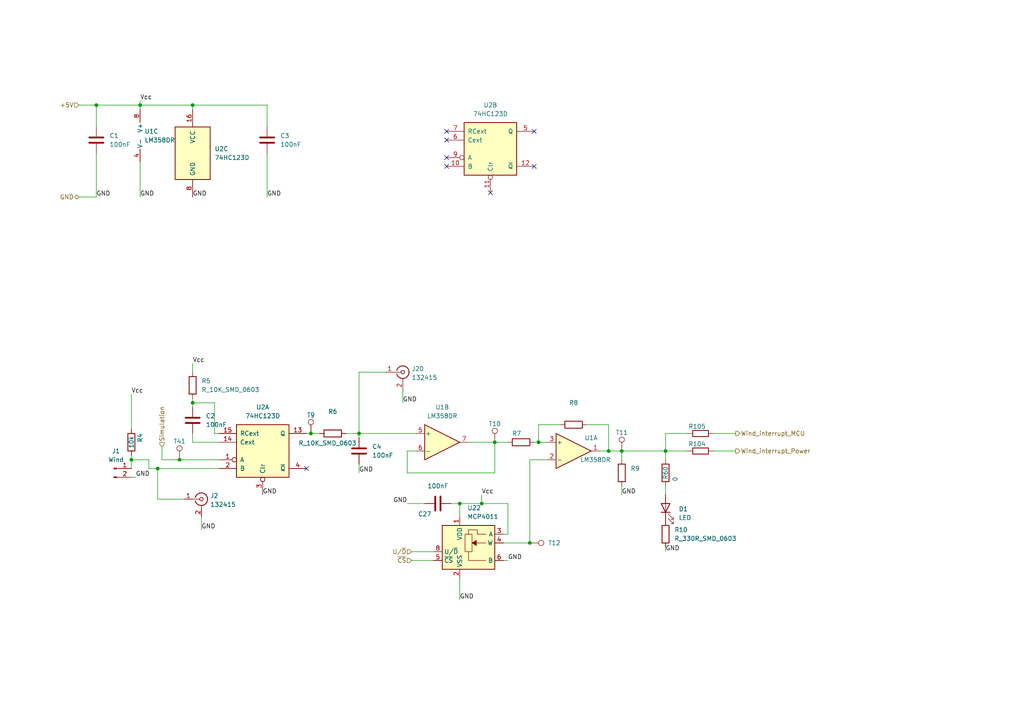
<source format=kicad_sch>
(kicad_sch (version 20231120) (generator "eeschema") (generator_version "8.0")
  (paper "A4")
  (title_block (title "Wind handler") (date "2024-04-17") (rev "1.0"))
  (lib_symbols
    (symbol "74xx:74HC123" (pin_names (offset 1.016))
      (property "Reference" "U" (at -7.62 8.89 0))
      (property "Value" "74HC123" (at -7.62 -8.89 0))
      (symbol "74HC123_1_0"
        (pin input inverted (at -12.7 -2.54 0) (length 5.08) (name "A") (number "1"))
        (pin output line (at 12.7 5.08 180) (length 5.08) (name "Q") (number "13"))
        (pin input line (at -12.7 2.54 0) (length 5.08) (name "Cext") (number "14"))
        (pin input line (at -12.7 5.08 0) (length 5.08) (name "RCext") (number "15"))
        (pin input line (at -12.7 -5.08 0) (length 5.08) (name "B") (number "2"))
        (pin input inverted (at 0 -12.7 90) (length 5.08) (name "Clr") (number "3"))
        (pin output line (at 12.7 -5.08 180) (length 5.08) (name "~{Q}") (number "4"))
      )
      (symbol "74HC123_1_1"
        (rectangle (start -7.62 7.62) (end 7.62 -7.62) (stroke (width 0.254)) (fill (type background)))
      )
      (symbol "74HC123_2_0"
        (pin input line (at -12.7 -5.08 0) (length 5.08) (name "B") (number "10"))
        (pin input inverted (at 0 -12.7 90) (length 5.08) (name "Clr") (number "11"))
        (pin output line (at 12.7 -5.08 180) (length 5.08) (name "~{Q}") (number "12"))
        (pin output line (at 12.7 5.08 180) (length 5.08) (name "Q") (number "5"))
        (pin input line (at -12.7 2.54 0) (length 5.08) (name "Cext") (number "6"))
        (pin input line (at -12.7 5.08 0) (length 5.08) (name "RCext") (number "7"))
        (pin input inverted (at -12.7 -2.54 0) (length 5.08) (name "A") (number "9"))
      )
      (symbol "74HC123_2_1"
        (rectangle (start -7.62 7.62) (end 7.62 -7.62) (stroke (width 0.254)) (fill (type background)))
      )
      (symbol "74HC123_3_0"
        (pin power_in line (at 0 12.7 270) (length 5.08) (name "VCC") (number "16"))
        (pin power_in line (at 0 -12.7 90) (length 5.08) (name "GND") (number "8"))
      )
      (symbol "74HC123_3_1"
        (rectangle (start -5.08 7.62) (end 5.08 -7.62) (stroke (width 0.254)) (fill (type background)))
      )
    )
    (symbol "Amplifier_Operational:LM358" (pin_names (offset 0.127))
      (property "Reference" "U" (at 0 5.08 0))
      (property "Value" "LM358" (at 0 -5.08 0))
      (symbol "LM358_1_1"
        (polyline (pts (xy -5.08 5.08) (xy 5.08 0) (xy -5.08 -5.08) (xy -5.08 5.08)) (stroke (width 0.254)) (fill (type background)))
        (pin output line (at 7.62 0 180) (length 2.54) (name "~") (number "1"))
        (pin input line (at -7.62 -2.54 0) (length 2.54) (name "-") (number "2"))
        (pin input line (at -7.62 2.54 0) (length 2.54) (name "+") (number "3"))
      )
      (symbol "LM358_2_1"
        (polyline (pts (xy -5.08 5.08) (xy 5.08 0) (xy -5.08 -5.08) (xy -5.08 5.08)) (stroke (width 0.254)) (fill (type background)))
        (pin input line (at -7.62 2.54 0) (length 2.54) (name "+") (number "5"))
        (pin input line (at -7.62 -2.54 0) (length 2.54) (name "-") (number "6"))
        (pin output line (at 7.62 0 180) (length 2.54) (name "~") (number "7"))
      )
      (symbol "LM358_3_1"
        (pin power_in line (at -2.54 -7.62 90) (length 3.81) (name "V-") (number "4"))
        (pin power_in line (at -2.54 7.62 270) (length 3.81) (name "V+") (number "8"))
      )
    )
    (symbol "Connector:Conn_01x02_Pin" (pin_names (offset 1.016) hide)
      (property "Reference" "J" (at 0 2.54 0))
      (property "Value" "Conn_01x02_Pin" (at 0 -5.08 0))
      (symbol "Conn_01x02_Pin_1_1"
        (polyline (pts (xy 1.27 -2.54) (xy 0.8636 -2.54)) (stroke (width 0.1524)))
        (polyline (pts (xy 1.27 0) (xy 0.8636 0)) (stroke (width 0.1524)))
        (rectangle (start 0.8636 -2.413) (end 0 -2.667) (stroke (width 0.1524)) (fill (type outline)))
        (rectangle (start 0.8636 0.127) (end 0 -0.127) (stroke (width 0.1524)) (fill (type outline)))
        (pin passive line (at 5.08 0 180) (length 3.81) (name "Pin_1") (number "1"))
        (pin passive line (at 5.08 -2.54 180) (length 3.81) (name "Pin_2") (number "2"))
      )
    )
    (symbol "Connector:Conn_Coaxial" (pin_names (offset 1.016) hide)
      (property "Reference" "J" (at 0.254 3.048 0))
      (property "Value" "Conn_Coaxial" (at 2.921 0 90))
      (symbol "Conn_Coaxial_0_1"
        (arc (start -1.778 -0.508) (mid 0.2311 -1.8066) (end 1.778 0) (stroke (width 0.254)))
        (polyline (pts (xy -2.54 0) (xy -0.508 0)))
        (polyline (pts (xy 0 -2.54) (xy 0 -1.778)))
        (circle (center 0 0) (radius 0.508) (stroke (width 0.2032)))
        (arc (start 1.778 0) (mid 0.2099 1.8101) (end -1.778 0.508) (stroke (width 0.254)))
      )
      (symbol "Conn_Coaxial_1_1"
        (pin passive line (at -5.08 0 0) (length 2.54) (name "In") (number "1"))
        (pin passive line (at 0 -5.08 90) (length 2.54) (name "Ext") (number "2"))
      )
    )
    (symbol "Connector:TestPoint" (pin_numbers hide) (pin_names (offset 0.762) hide)
      (property "Reference" "TP" (at 0 6.858 0))
      (property "Value" "TestPoint" (at 0 5.08 0))
      (symbol "TestPoint_0_1"
        (circle (center 0 3.302) (radius 0.762))
      )
      (symbol "TestPoint_1_1"
        (pin passive line (at 0 0 90) (length 2.54) (name "1") (number "1"))
      )
    )
    (symbol "Device:C" (pin_numbers hide) (pin_names (offset 0.254))
      (property "Reference" "C" (at 0.635 2.54 0))
      (property "Value" "C" (at 0.635 -2.54 0))
      (symbol "C_0_1"
        (polyline (pts (xy -2.032 -0.762) (xy 2.032 -0.762)) (stroke (width 0.508)))
        (polyline (pts (xy -2.032 0.762) (xy 2.032 0.762)) (stroke (width 0.508)))
      )
      (symbol "C_1_1"
        (pin passive line (at 0 3.81 270) (length 2.794) (name "~") (number "1"))
        (pin passive line (at 0 -3.81 90) (length 2.794) (name "~") (number "2"))
      )
    )
    (symbol "Device:LED" (pin_numbers hide) (pin_names (offset 1.016) hide)
      (property "Reference" "D" (at 0 2.54 0))
      (property "Value" "LED" (at 0 -2.54 0))
      (symbol "LED_0_1"
        (polyline (pts (xy -1.27 -1.27) (xy -1.27 1.27)) (stroke (width 0.254)))
        (polyline (pts (xy -1.27 0) (xy 1.27 0)))
        (polyline (pts (xy 1.27 -1.27) (xy 1.27 1.27) (xy -1.27 0) (xy 1.27 -1.27)) (stroke (width 0.254)))
        (polyline (pts (xy -3.048 -0.762) (xy -4.572 -2.286) (xy -3.81 -2.286) (xy -4.572 -2.286) (xy -4.572 -1.524)))
        (polyline (pts (xy -1.778 -0.762) (xy -3.302 -2.286) (xy -2.54 -2.286) (xy -3.302 -2.286) (xy -3.302 -1.524)))
      )
      (symbol "LED_1_1"
        (pin passive line (at -3.81 0 0) (length 2.54) (name "K") (number "1"))
        (pin passive line (at 3.81 0 180) (length 2.54) (name "A") (number "2"))
      )
    )
    (symbol "Device:R" (pin_numbers hide) (pin_names (offset 0))
      (property "Reference" "R" (at 2.032 0 90))
      (property "Value" "R" (at 0 0 90))
      (symbol "R_0_1"
        (rectangle (start -1.016 -2.54) (end 1.016 2.54) (stroke (width 0.254)))
      )
      (symbol "R_1_1"
        (pin passive line (at 0 3.81 270) (length 1.27) (name "~") (number "1"))
        (pin passive line (at 0 -3.81 90) (length 1.27) (name "~") (number "2"))
      )
    )
    (symbol "PCM_SL_Devices:Resistor_0.5W"
      (property "Reference" "R" (at 0 5.08 0))
      (property "Value" "Resistor_0.5W" (at 0 2.54 0))
      (symbol "Resistor_0.5W_0_1"
        (rectangle (start -2.286 0.889) (end 2.286 -0.889) (stroke (width 0.24)))
      )
      (symbol "Resistor_0.5W_1_1"
        (pin passive line (at -3.81 0 0) (length 1.5) (name "") (number "1"))
        (pin passive line (at 3.81 0 180) (length 1.5) (name "~") (number "2"))
      )
    )
    (symbol "Potentiometer_Digital:MCP4011-xxxxSN"
      (property "Reference" "U" (at -7.62 8.89 0))
      (property "Value" "MCP4011-xxxxSN" (at 1.27 8.89 0))
      (symbol "MCP4011-xxxxSN_0_1"
        (polyline (pts (xy 0 0) (xy 0 -2.54) (xy 5.08 -2.54)))
        (polyline (pts (xy 5.08 2.54) (xy 3.81 2.54) (xy 1.27 2.54)))
        (polyline (pts (xy 5.08 5.08) (xy 2.54 5.08) (xy 2.54 6.35) (xy 0 6.35) (xy 0 5.08)))
      )
      (symbol "MCP4011-xxxxSN_1_1"
        (rectangle (start -7.62 7.62) (end 7.62 -5.08) (stroke (width 0.254)) (fill (type background)))
        (polyline (pts (xy 2.286 1.778) (xy 2.286 3.302) (xy 1.016 2.54) (xy 2.286 1.778)) (fill (type outline)))
        (rectangle (start 1.016 0) (end -1.016 5.08))
        (pin power_in line (at -2.54 10.16 270) (length 2.54) (name "VDD") (number "1"))
        (pin power_in line (at -2.54 -7.62 90) (length 2.54) (name "VSS") (number "2"))
        (pin passive line (at 10.16 5.08 180) (length 2.54) (name "A") (number "3"))
        (pin passive line (at 10.16 2.54 180) (length 2.54) (name "W") (number "4"))
        (pin input line (at -10.16 -2.54 0) (length 2.54) (name "~{CS}") (number "5"))
        (pin passive line (at 10.16 -2.54 180) (length 2.54) (name "B") (number "6"))
        (pin no_connect line (at -7.62 5.08 0) (length 2.54) hide (name "NC") (number "7"))
        (pin input line (at -10.16 0 0) (length 2.54) (name "U/~{D}") (number "8"))
      )
    )
  )
  (junction (at 156.21 128.27))
  (junction (at 55.88 30.48))
  (junction (at 133.35 146.05))
  (junction (at 180.34 130.81))
  (junction (at 55.88 116.84))
  (junction (at 104.14 125.73))
  (junction (at 193.04 130.81))
  (junction (at 90.17 125.73))
  (junction (at 38.1 133.35))
  (junction (at 40.64 30.48))
  (junction (at 52.07 133.35))
  (junction (at 153.67 157.48))
  (junction (at 27.94 30.48))
  (junction (at 176.53 130.81))
  (junction (at 143.51 128.27))
  (junction (at 139.7 146.05))
  (junction (at 45.72 135.89))
  (no_connect (at 129.54 38.1))
  (no_connect (at 142.24 55.88))
  (no_connect (at 154.94 48.26))
  (no_connect (at 154.94 38.1))
  (no_connect (at 129.54 40.64))
  (no_connect (at 129.54 48.26))
  (no_connect (at 88.9 135.89))
  (no_connect (at 129.54 45.72))
  (wire (pts (xy 193.04 125.73) (xy 193.04 130.81)))
  (wire (pts (xy 146.05 162.56) (xy 147.32 162.56)))
  (wire (pts (xy 143.51 128.27) (xy 147.32 128.27)))
  (wire (pts (xy 133.35 146.05) (xy 139.7 146.05)))
  (wire (pts (xy 130.81 146.05) (xy 133.35 146.05)))
  (wire (pts (xy 104.14 107.95) (xy 104.14 125.73)))
  (wire (pts (xy 147.32 154.94) (xy 147.32 146.05)))
  (wire (pts (xy 176.53 123.19) (xy 176.53 130.81)))
  (wire (pts (xy 104.14 125.73) (xy 120.65 125.73)))
  (wire (pts (xy 104.14 125.73) (xy 104.14 127)))
  (wire (pts (xy 120.65 130.81) (xy 118.11 130.81)))
  (wire (pts (xy 162.56 123.19) (xy 156.21 123.19)))
  (wire (pts (xy 116.84 113.03) (xy 116.84 116.84)))
  (wire (pts (xy 55.88 31.75) (xy 55.88 30.48)))
  (wire (pts (xy 146.05 154.94) (xy 147.32 154.94)))
  (wire (pts (xy 119.38 160.02) (xy 125.73 160.02)))
  (wire (pts (xy 193.04 158.75) (xy 193.04 160.02)))
  (wire (pts (xy 193.04 140.97) (xy 193.04 143.51)))
  (wire (pts (xy 40.64 30.48) (xy 55.88 30.48)))
  (wire (pts (xy 143.51 137.16) (xy 143.51 128.27)))
  (wire (pts (xy 118.11 130.81) (xy 118.11 137.16)))
  (wire (pts (xy 153.67 133.35) (xy 158.75 133.35)))
  (wire (pts (xy 111.76 107.95) (xy 104.14 107.95)))
  (wire (pts (xy 38.1 133.35) (xy 43.18 133.35)))
  (wire (pts (xy 180.34 133.35) (xy 180.34 130.81)))
  (wire (pts (xy 88.9 125.73) (xy 90.17 125.73)))
  (wire (pts (xy 27.94 44.45) (xy 27.94 57.15)))
  (wire (pts (xy 207.01 130.81) (xy 213.36 130.81)))
  (wire (pts (xy 55.88 105.41) (xy 55.88 107.95)))
  (wire (pts (xy 146.05 157.48) (xy 153.67 157.48)))
  (wire (pts (xy 38.1 133.35) (xy 38.1 135.89)))
  (wire (pts (xy 147.32 146.05) (xy 139.7 146.05)))
  (wire (pts (xy 55.88 115.57) (xy 55.88 116.84)))
  (wire (pts (xy 133.35 149.86) (xy 133.35 146.05)))
  (wire (pts (xy 156.21 123.19) (xy 156.21 128.27)))
  (wire (pts (xy 77.47 44.45) (xy 77.47 57.15)))
  (wire (pts (xy 180.34 130.81) (xy 193.04 130.81)))
  (wire (pts (xy 38.1 132.08) (xy 38.1 133.35)))
  (wire (pts (xy 207.01 125.73) (xy 213.36 125.73)))
  (wire (pts (xy 143.51 128.27) (xy 135.89 128.27)))
  (wire (pts (xy 62.23 125.73) (xy 62.23 116.84)))
  (wire (pts (xy 22.86 57.15) (xy 27.94 57.15)))
  (wire (pts (xy 170.18 123.19) (xy 176.53 123.19)))
  (wire (pts (xy 55.88 116.84) (xy 62.23 116.84)))
  (wire (pts (xy 119.38 162.56) (xy 125.73 162.56)))
  (wire (pts (xy 173.99 130.81) (xy 176.53 130.81)))
  (wire (pts (xy 133.35 167.64) (xy 133.35 173.99)))
  (wire (pts (xy 38.1 138.43) (xy 39.37 138.43)))
  (wire (pts (xy 153.67 157.48) (xy 153.67 133.35)))
  (wire (pts (xy 118.11 137.16) (xy 143.51 137.16)))
  (wire (pts (xy 104.14 134.62) (xy 104.14 137.16)))
  (wire (pts (xy 40.64 30.48) (xy 40.64 31.75)))
  (wire (pts (xy 199.39 125.73) (xy 193.04 125.73)))
  (wire (pts (xy 58.42 149.86) (xy 58.42 153.67)))
  (wire (pts (xy 52.07 133.35) (xy 63.5 133.35)))
  (wire (pts (xy 46.99 129.54) (xy 46.99 133.35)))
  (wire (pts (xy 100.33 125.73) (xy 104.14 125.73)))
  (wire (pts (xy 90.17 125.73) (xy 92.71 125.73)))
  (wire (pts (xy 45.72 135.89) (xy 45.72 144.78)))
  (wire (pts (xy 55.88 30.48) (xy 77.47 30.48)))
  (wire (pts (xy 118.11 146.05) (xy 123.19 146.05)))
  (wire (pts (xy 53.34 144.78) (xy 45.72 144.78)))
  (wire (pts (xy 55.88 125.73) (xy 55.88 128.27)))
  (wire (pts (xy 63.5 128.27) (xy 55.88 128.27)))
  (wire (pts (xy 193.04 130.81) (xy 193.04 133.35)))
  (wire (pts (xy 139.7 146.05) (xy 139.7 143.51)))
  (wire (pts (xy 180.34 140.97) (xy 180.34 143.51)))
  (wire (pts (xy 55.88 116.84) (xy 55.88 118.11)))
  (wire (pts (xy 156.21 128.27) (xy 158.75 128.27)))
  (wire (pts (xy 43.18 135.89) (xy 43.18 133.35)))
  (wire (pts (xy 40.64 29.21) (xy 40.64 30.48)))
  (wire (pts (xy 22.86 30.48) (xy 27.94 30.48)))
  (wire (pts (xy 27.94 30.48) (xy 27.94 36.83)))
  (wire (pts (xy 77.47 36.83) (xy 77.47 30.48)))
  (wire (pts (xy 154.94 128.27) (xy 156.21 128.27)))
  (wire (pts (xy 176.53 130.81) (xy 180.34 130.81)))
  (wire (pts (xy 63.5 125.73) (xy 62.23 125.73)))
  (wire (pts (xy 193.04 130.81) (xy 199.39 130.81)))
  (wire (pts (xy 63.5 135.89) (xy 45.72 135.89)))
  (wire (pts (xy 45.72 135.89) (xy 43.18 135.89)))
  (wire (pts (xy 27.94 30.48) (xy 40.64 30.48)))
  (wire (pts (xy 46.99 133.35) (xy 52.07 133.35)))
  (wire (pts (xy 40.64 46.99) (xy 40.64 57.15)))
  (wire (pts (xy 38.1 114.3) (xy 38.1 124.46)))
  (label "GND" (at 147.32 162.56 0))
  (label "GND" (at 180.34 143.51 0))
  (label "GND" (at 27.94 57.15 0))
  (label "GND" (at 104.14 137.16 0))
  (label "GND" (at 55.88 57.15 0))
  (label "GND" (at 116.84 116.84 0))
  (label "GND" (at 133.35 173.99 0))
  (label "GND" (at 58.42 153.67 0))
  (label "Vcc" (at 55.88 105.41 0))
  (label "GND" (at 77.47 57.15 0))
  (label "GND" (at 76.2 143.51 0))
  (label "GND" (at 193.04 160.02 0))
  (label "Vcc" (at 40.64 29.21 0))
  (label "GND" (at 118.11 146.05 180))
  (label "GND" (at 39.37 138.43 0))
  (label "GND" (at 40.64 57.15 0))
  (label "Vcc" (at 139.7 143.51 0))
  (label "Vcc" (at 38.1 114.3 0))
  (hierarchical_label "Wind_interrupt_Power" (shape output) (at 213.36 130.81 0))
  (hierarchical_label "U{slash}~{D}" (shape input) (at 119.38 160.02 180))
  (hierarchical_label "GND" (shape bidirectional) (at 22.86 57.15 180))
  (hierarchical_label "Simulation" (shape input) (at 46.99 129.54 90))
  (hierarchical_label "+5V" (shape input) (at 22.86 30.48 180))
  (hierarchical_label "Wind_interrupt_MCU" (shape output) (at 213.36 125.73 0))
  (hierarchical_label "~{CS}" (shape input) (at 119.38 162.56 180))
  (symbol (lib_id "PCM_SL_Devices:Resistor_0.5W") (at 203.2 130.81 0) (unit 1)
    (property "Reference" "R104" (at 202.184 128.778 0))
    (property "Value" "R_0R_SMD_0603" (effects (hide yes)))
    (property "Footprint" "Resistor_SMD:R_0603_1608Metric" (effects (hide yes)))
  )
  (symbol (lib_id "74xx:74HC123") (at 55.88 44.45 0) (unit 3)
    (property "Reference" "U2" (at 62.23 43.1799 0) (effects (justify left)))
    (property "Value" "74HC123D" (at 62.23 45.7199 0) (effects (justify left)))
    (property "Footprint" "Package_SO:SOIC-16W_5.3x10.2mm_P1.27mm" (effects (hide yes)))
    (property "Datasheet" "https://assets.nexperia.com/documents/data-sheet/74HC_HCT123.pdf" (effects (hide yes)))
    (property "Description" "Dual retriggerable monostable multivibrator" (effects (hide yes)))
  )
  (symbol (lib_id "Device:LED") (at 193.04 147.32 90) (unit 1)
    (property "Reference" "D1" (at 196.85 147.6375 90) (effects (justify right)))
    (property "Value" "LED" (at 196.85 150.1775 90) (effects (justify right)))
    (property "Footprint" "LED_SMD:LED_0603_1608Metric" (effects (hide yes)))
  )
  (symbol (lib_id "74xx:74HC123") (at 76.2 130.81 0) (unit 1)
    (property "Reference" "U2" (at 76.2 118.11 0))
    (property "Value" "74HC123D" (at 76.2 120.65 0))
    (property "Footprint" "Package_SO:SOIC-16W_5.3x10.2mm_P1.27mm" (effects (hide yes)))
    (property "Datasheet" "https://assets.nexperia.com/documents/data-sheet/74HC_HCT123.pdf" (effects (hide yes)))
    (property "Description" "Dual retriggerable monostable multivibrator" (effects (hide yes)))
  )
  (symbol (lib_id "Connector:TestPoint") (at 90.17 125.73 0) (unit 1)
    (property "Reference" "T9" (at 90.17 120.396 0))
    (property "Value" "TP" (effects (hide yes)))
    (property "Footprint" "TestPoint:TestPoint_Pad_D1.0mm" (effects (hide yes)))
    (property "Description" "test point" (effects (hide yes)))
  )
  (symbol (lib_id "Device:R") (at 96.52 125.73 90) (unit 1)
    (property "Reference" "R6" (at 96.52 119.38 90))
    (property "Value" "R_10K_SMD_0603" (at 94.996 128.524 90))
    (property "Footprint" "Resistor_SMD:R_0603_1608Metric" (effects (hide yes)))
  )
  (symbol (lib_id "Amplifier_Operational:LM358") (at 166.37 130.81 0) (unit 1)
    (property "Reference" "U1" (at 171.45 127 0))
    (property "Value" "LM358DR" (at 172.72 133.35 0))
    (property "Footprint" "Package_SO:TSSOP-8_4.4x3mm_P0.65mm" (effects (hide yes)))
    (property "Datasheet" "http://www.ti.com/lit/ds/symlink/lm2904-n.pdf" (effects (hide yes)))
  )
  (symbol (lib_id "Connector:TestPoint") (at 153.67 157.48 270) (unit 1)
    (property "Reference" "T12" (at 160.782 157.48 90))
    (property "Value" "TP" (effects (hide yes)))
    (property "Footprint" "TestPoint:TestPoint_Pad_D1.0mm" (effects (hide yes)))
    (property "Description" "test point" (effects (hide yes)))
  )
  (symbol (lib_id "Device:C") (at 55.88 121.92 0) (unit 1)
    (property "Reference" "C2" (at 59.69 120.65 0) (effects (justify left)))
    (property "Value" "100nF" (at 59.69 123.19 0) (effects (justify left)))
    (property "Footprint" "Capacitor_SMD:C_0603_1608Metric" (effects (hide yes)))
  )
  (symbol (lib_id "Device:C") (at 77.47 40.64 0) (unit 1)
    (property "Reference" "C3" (at 81.28 39.37 0) (effects (justify left)))
    (property "Value" "100nF" (at 81.28 41.91 0) (effects (justify left)))
    (property "Footprint" "Capacitor_SMD:C_0603_1608Metric" (effects (hide yes)))
  )
  (symbol (lib_id "Connector:Conn_Coaxial") (at 58.42 144.78 0) (unit 1)
    (property "Reference" "J2" (at 60.96 143.8031 0) (effects (justify left)))
    (property "Value" "132415" (at 60.96 146.3431 0) (effects (justify left)))
    (property "Footprint" "Connector_Coaxial:SMA_Molex_73251-1153_EdgeMount_Horizontal" (effects (hide yes)))
    (property "Datasheet" " ~" (effects (hide yes)))
    (property "Description" "coaxial connector (BNC, SMA, SMB, SMC, Cinch/RCA, LEMO, ...)" (effects (hide yes)))
  )
  (symbol (lib_id "Device:R") (at 166.37 123.19 90) (unit 1)
    (property "Reference" "R8" (at 166.37 116.84 90))
    (property "Value" "R_10K_SMD_0603" (effects (hide yes)))
    (property "Footprint" "Resistor_SMD:R_0603_1608Metric" (effects (hide yes)))
  )
  (symbol (lib_id "Device:R") (at 193.04 137.16 180) (unit 1)
    (property "Reference" "R60" (at 193.04 137.16 90))
    (property "Value" "0" (at 195.834 138.938 90))
    (property "Footprint" "Resistor_SMD:R_0603_1608Metric" (effects (hide yes)))
  )
  (symbol (lib_id "Device:R") (at 193.04 154.94 0) (unit 1)
    (property "Reference" "R10" (at 195.58 153.6699 0) (effects (justify left)))
    (property "Value" "R_330R_SMD_0603" (at 195.58 156.2099 0) (effects (justify left)))
    (property "Footprint" "Resistor_SMD:R_0603_1608Metric" (effects (hide yes)))
  )
  (symbol (lib_id "Device:C") (at 27.94 40.64 0) (unit 1)
    (property "Reference" "C1" (at 31.75 39.37 0) (effects (justify left)))
    (property "Value" "100nF" (at 31.75 41.91 0) (effects (justify left)))
    (property "Footprint" "Capacitor_SMD:C_0603_1608Metric" (effects (hide yes)))
  )
  (symbol (lib_id "Device:R") (at 180.34 137.16 180) (unit 1)
    (property "Reference" "R9" (at 182.88 135.8899 0) (effects (justify right)))
    (property "Value" "R_10K_SMD_0603" (effects (hide yes)))
    (property "Footprint" "Resistor_SMD:R_0603_1608Metric" (effects (hide yes)))
  )
  (symbol (lib_id "Device:R") (at 55.88 111.76 0) (unit 1)
    (property "Reference" "R5" (at 58.42 110.4899 0) (effects (justify left)))
    (property "Value" "R_10K_SMD_0603" (at 58.42 113.0299 0) (effects (justify left)))
    (property "Footprint" "Resistor_SMD:R_0603_1608Metric" (effects (hide yes)))
  )
  (symbol (lib_id "Device:C") (at 104.14 130.81 0) (unit 1)
    (property "Reference" "C4" (at 107.95 129.54 0) (effects (justify left)))
    (property "Value" "100nF" (at 107.95 132.08 0) (effects (justify left)))
    (property "Footprint" "Capacitor_SMD:C_0603_1608Metric" (effects (hide yes)))
  )
  (symbol (lib_id "Connector:TestPoint") (at 180.34 130.81 0) (unit 1)
    (property "Reference" "T11" (at 180.34 125.476 0))
    (property "Value" "TP" (effects (hide yes)))
    (property "Footprint" "TestPoint:TestPoint_Pad_D1.0mm" (effects (hide yes)))
    (property "Description" "test point" (effects (hide yes)))
  )
  (symbol (lib_id "Connector:Conn_Coaxial") (at 116.84 107.95 0) (unit 1)
    (property "Reference" "J20" (at 119.38 106.9731 0) (effects (justify left)))
    (property "Value" "132415" (at 119.38 109.5131 0) (effects (justify left)))
    (property "Footprint" "Connector_Coaxial:SMA_Molex_73251-1153_EdgeMount_Horizontal" (effects (hide yes)))
    (property "Datasheet" " ~" (effects (hide yes)))
    (property "Description" "coaxial connector (BNC, SMA, SMB, SMC, Cinch/RCA, LEMO, ...)" (effects (hide yes)))
  )
  (symbol (lib_id "PCM_SL_Devices:Resistor_0.5W") (at 203.2 125.73 0) (unit 1)
    (property "Reference" "R105" (at 202.184 123.698 0))
    (property "Value" "R_0R_SMD_0603" (effects (hide yes)))
    (property "Footprint" "Resistor_SMD:R_0603_1608Metric" (effects (hide yes)))
  )
  (symbol (lib_id "Amplifier_Operational:LM358") (at 128.27 128.27 0) (unit 2)
    (property "Reference" "U1" (at 128.27 118.11 0))
    (property "Value" "LM358DR" (at 128.27 120.65 0))
    (property "Footprint" "Package_SO:TSSOP-8_4.4x3mm_P0.65mm" (effects (hide yes)))
    (property "Datasheet" "http://www.ti.com/lit/ds/symlink/lm2904-n.pdf" (effects (hide yes)))
    (property "Description" "Low-Power, Dual Operational Amplifiers, DIP-8/SOIC-8/TO-99-8" (effects (hide yes)))
  )
  (symbol (lib_id "Connector:Conn_01x02_Pin") (at 33.02 135.89 0) (unit 1)
    (property "Reference" "J1" (at 33.655 130.81 0))
    (property "Value" "Wind" (at 33.655 133.35 0))
    (property "Footprint" "TerminalBlock_Phoenix:TerminalBlock_Phoenix_MPT-0,5-2-2.54_1x02_P2.54mm_Horizontal" (effects (hide yes)))
  )
  (symbol (lib_id "Device:R") (at 151.13 128.27 90) (unit 1)
    (property "Reference" "R7" (at 149.86 125.73 90))
    (property "Value" "R_10K_SMD_0603" (effects (hide yes)))
    (property "Footprint" "Resistor_SMD:R_0603_1608Metric" (effects (hide yes)))
  )
  (symbol (lib_id "Potentiometer_Digital:MCP4011-xxxxSN") (at 135.89 160.02 0) (unit 1)
    (property "Reference" "U22" (at 135.5441 147.32 0) (effects (justify left)))
    (property "Value" "MCP4011" (at 135.5441 149.86 0) (effects (justify left)))
    (property "Footprint" "Package_SO:SOIC-8_3.9x4.9mm_P1.27mm" (effects (hide yes)))
    (property "Datasheet" "http://ww1.microchip.com/downloads/en/DeviceDoc/21978c.pdf, SOIC-8" (effects (hide yes)))
    (property "Description" "Low-Cost 64-Step Volatile Digital Potentiometer" (effects (hide yes)))
  )
  (symbol (lib_id "Device:R") (at 38.1 128.27 0) (unit 1)
    (property "Reference" "R4" (at 40.64 127 90))
    (property "Value" "10k" (at 38.1 128.27 90))
    (property "Footprint" "Resistor_SMD:R_0603_1608Metric" (effects (hide yes)))
  )
  (symbol (lib_id "Connector:TestPoint") (at 143.51 128.27 0) (unit 1)
    (property "Reference" "T10" (at 143.51 122.936 0))
    (property "Value" "TP" (effects (hide yes)))
    (property "Footprint" "TestPoint:TestPoint_Pad_D1.0mm" (effects (hide yes)))
    (property "Description" "test point" (effects (hide yes)))
  )
  (symbol (lib_id "Device:C") (at 127 146.05 90) (unit 1)
    (property "Reference" "C27" (at 123.19 149.098 90))
    (property "Value" "100nF" (at 127 140.97 90))
    (property "Footprint" "Capacitor_SMD:C_0603_1608Metric" (effects (hide yes)))
  )
  (symbol (lib_id "Connector:TestPoint") (at 52.07 133.35 0) (unit 1)
    (property "Reference" "T41" (at 52.07 128.016 0))
    (property "Value" "TP" (effects (hide yes)))
    (property "Footprint" "TestPoint:TestPoint_Pad_D1.0mm" (effects (hide yes)))
    (property "Description" "test point" (effects (hide yes)))
  )
  (symbol (lib_id "Amplifier_Operational:LM358") (at 43.18 39.37 0) (unit 3)
    (property "Reference" "U1" (at 41.91 38.0999 0) (effects (justify left)))
    (property "Value" "LM358DR" (at 41.91 40.6399 0) (effects (justify left)))
    (property "Footprint" "Package_SO:TSSOP-8_4.4x3mm_P0.65mm" (effects (hide yes)))
    (property "Datasheet" "http://www.ti.com/lit/ds/symlink/lm2904-n.pdf" (effects (hide yes)))
  )
  (symbol (lib_id "74xx:74HC123") (at 142.24 43.18 0) (unit 2)
    (property "Reference" "U2" (at 142.24 30.48 0))
    (property "Value" "74HC123D" (at 142.24 33.02 0))
    (property "Footprint" "Package_SO:SOIC-16W_5.3x10.2mm_P1.27mm" (effects (hide yes)))
    (property "Datasheet" "https://assets.nexperia.com/documents/data-sheet/74HC_HCT123.pdf" (effects (hide yes)))
    (property "Description" "Dual retriggerable monostable multivibrator" (effects (hide yes)))
  )
)
</source>
